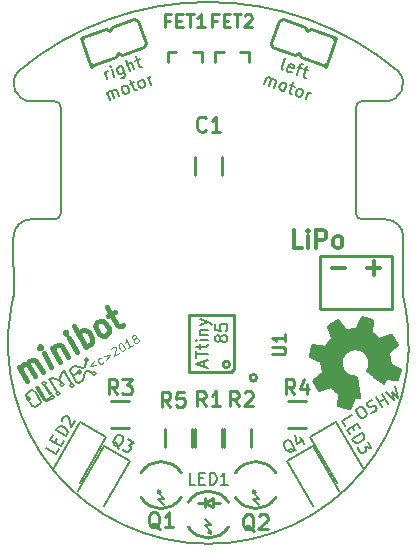
<source format=gbr>
G04 #@! TF.GenerationSoftware,KiCad,Pcbnew,5.0.0-rc2-dev-unknown-6866c0c~65~ubuntu18.04.1*
G04 #@! TF.CreationDate,2018-05-11T09:14:19+03:00*
G04 #@! TF.ProjectId,MiniBot_RevA,4D696E69426F745F526576412E6B6963,rev?*
G04 #@! TF.SameCoordinates,Original*
G04 #@! TF.FileFunction,Legend,Top*
G04 #@! TF.FilePolarity,Positive*
%FSLAX46Y46*%
G04 Gerber Fmt 4.6, Leading zero omitted, Abs format (unit mm)*
G04 Created by KiCad (PCBNEW 5.0.0-rc2-dev-unknown-6866c0c~65~ubuntu18.04.1) date Fri May 11 09:14:19 2018*
%MOMM*%
%LPD*%
G01*
G04 APERTURE LIST*
%ADD10C,0.200000*%
%ADD11C,0.100000*%
%ADD12C,0.450000*%
%ADD13C,0.300000*%
%ADD14C,0.254000*%
%ADD15C,0.127000*%
%ADD16C,0.150000*%
%ADD17C,0.010000*%
%ADD18C,0.062500*%
%ADD19C,0.012700*%
%ADD20C,0.420000*%
%ADD21C,0.370000*%
%ADD22C,0.400000*%
%ADD23C,0.380000*%
%ADD24C,1.000000*%
G04 APERTURE END LIST*
D10*
X112632814Y-62459081D02*
X112797772Y-62363843D01*
X112904060Y-62357463D01*
X113034157Y-62392323D01*
X113170635Y-62533470D01*
X113337301Y-62822145D01*
X113391300Y-63010912D01*
X113356441Y-63141010D01*
X113297772Y-63229868D01*
X113132814Y-63325106D01*
X113026526Y-63331486D01*
X112896429Y-63296626D01*
X112759951Y-63155479D01*
X112593284Y-62866804D01*
X112539286Y-62678037D01*
X112574145Y-62547939D01*
X112632814Y-62459081D01*
X113810073Y-62879105D02*
X113957600Y-62848916D01*
X114163797Y-62729868D01*
X114222466Y-62641010D01*
X114239896Y-62575961D01*
X114233516Y-62469673D01*
X114185897Y-62387194D01*
X114097039Y-62328525D01*
X114031990Y-62311095D01*
X113925702Y-62317475D01*
X113736935Y-62371474D01*
X113630647Y-62377854D01*
X113565598Y-62360424D01*
X113476740Y-62301755D01*
X113429121Y-62219276D01*
X113422741Y-62112988D01*
X113440171Y-62047939D01*
X113498840Y-61959081D01*
X113705036Y-61840033D01*
X113852564Y-61809844D01*
X114699908Y-62420344D02*
X114199908Y-61554319D01*
X114438003Y-61966712D02*
X114932875Y-61680998D01*
X115194780Y-62134630D02*
X114694780Y-61268605D01*
X115024694Y-61078128D02*
X115730891Y-61825106D01*
X115538705Y-61111279D01*
X116060805Y-61634630D01*
X115767001Y-60649557D01*
D11*
X90316154Y-58520096D02*
X89954274Y-58959967D01*
X90516154Y-58866506D01*
X91081303Y-58578707D02*
X91040235Y-58640908D01*
X90924765Y-58707574D01*
X90850363Y-58712040D01*
X90804829Y-58699839D01*
X90742628Y-58658771D01*
X90642628Y-58485566D01*
X90638162Y-58411164D01*
X90650363Y-58365630D01*
X90691431Y-58303429D01*
X90806902Y-58236762D01*
X90881303Y-58232297D01*
X91124444Y-58053429D02*
X91686324Y-57959967D01*
X91324444Y-58399839D01*
X91762799Y-57492425D02*
X91775000Y-57446891D01*
X91816068Y-57384690D01*
X91960405Y-57301356D01*
X92034807Y-57296891D01*
X92080341Y-57309091D01*
X92142542Y-57350160D01*
X92175875Y-57407895D01*
X92197008Y-57511164D01*
X92050598Y-58057574D01*
X92425875Y-57840908D01*
X92451153Y-57018023D02*
X92508888Y-56984690D01*
X92583290Y-56980224D01*
X92628824Y-56992425D01*
X92691025Y-57033493D01*
X92786559Y-57132297D01*
X92869892Y-57276634D01*
X92907692Y-57408771D01*
X92912157Y-57483173D01*
X92899957Y-57528707D01*
X92858888Y-57590908D01*
X92801153Y-57624241D01*
X92726751Y-57628707D01*
X92681217Y-57616506D01*
X92619016Y-57575437D01*
X92523482Y-57476634D01*
X92440149Y-57332297D01*
X92402350Y-57200160D01*
X92397884Y-57125758D01*
X92410085Y-57080224D01*
X92451153Y-57018023D01*
X93580576Y-57174241D02*
X93234166Y-57374241D01*
X93407371Y-57274241D02*
X93057371Y-56668023D01*
X93049636Y-56787959D01*
X93025234Y-56879027D01*
X92984166Y-56941228D01*
X93726986Y-56627831D02*
X93652584Y-56632297D01*
X93607050Y-56620096D01*
X93544849Y-56579027D01*
X93528183Y-56550160D01*
X93523717Y-56475758D01*
X93535918Y-56430224D01*
X93576986Y-56368023D01*
X93692456Y-56301356D01*
X93766858Y-56296891D01*
X93812392Y-56309091D01*
X93874593Y-56350160D01*
X93891260Y-56379027D01*
X93895725Y-56453429D01*
X93883525Y-56498963D01*
X93842456Y-56561164D01*
X93726986Y-56627831D01*
X93685918Y-56690032D01*
X93673717Y-56735566D01*
X93678183Y-56809967D01*
X93744849Y-56925437D01*
X93807050Y-56966506D01*
X93852584Y-56978707D01*
X93926986Y-56974241D01*
X94042456Y-56907574D01*
X94083525Y-56845373D01*
X94095725Y-56799839D01*
X94091260Y-56725437D01*
X94024593Y-56609967D01*
X93962392Y-56568899D01*
X93916858Y-56556698D01*
X93842456Y-56561164D01*
D12*
X84631035Y-60176403D02*
X83964369Y-59021703D01*
X84059607Y-59186660D02*
X84086219Y-59061324D01*
X84187061Y-58893131D01*
X84409753Y-58764560D01*
X84605834Y-58761324D01*
X84775303Y-58883424D01*
X85299112Y-59790689D01*
X84775303Y-58883424D02*
X84754295Y-58675610D01*
X84855138Y-58507417D01*
X85077830Y-58378846D01*
X85273910Y-58375610D01*
X85443379Y-58497710D01*
X85967189Y-59404975D01*
X86709496Y-58976403D02*
X86042830Y-57821703D01*
X85709496Y-57244353D02*
X85682885Y-57369688D01*
X85804734Y-57409310D01*
X85831346Y-57283974D01*
X85709496Y-57244353D01*
X85804734Y-57409310D01*
X86785137Y-57393131D02*
X87451804Y-58547832D01*
X86880375Y-57558089D02*
X86906987Y-57432753D01*
X87007829Y-57264560D01*
X87230522Y-57135989D01*
X87426602Y-57132753D01*
X87596071Y-57254853D01*
X88119881Y-58162118D01*
X88862188Y-57733546D02*
X88195521Y-56578846D01*
X87862188Y-56001495D02*
X87835576Y-56126831D01*
X87957426Y-56166453D01*
X87984038Y-56041117D01*
X87862188Y-56001495D01*
X87957426Y-56166453D01*
X89604496Y-57304975D02*
X88604496Y-55572924D01*
X88985448Y-56232753D02*
X89086290Y-56064560D01*
X89383213Y-55893131D01*
X89579294Y-55889896D01*
X89701144Y-55929517D01*
X89870613Y-56051617D01*
X90156327Y-56546489D01*
X90177334Y-56754303D01*
X90150723Y-56879639D01*
X90049880Y-57047832D01*
X89752957Y-57219261D01*
X89556877Y-57222496D01*
X91237572Y-56362118D02*
X91041491Y-56365353D01*
X90919642Y-56325732D01*
X90750173Y-56203632D01*
X90464459Y-55708760D01*
X90443451Y-55500946D01*
X90470063Y-55375610D01*
X90570905Y-55207417D01*
X90793598Y-55078846D01*
X90989678Y-55075610D01*
X91111528Y-55115232D01*
X91280997Y-55237332D01*
X91566711Y-55732203D01*
X91587718Y-55940018D01*
X91561107Y-56065353D01*
X91460264Y-56233546D01*
X91237572Y-56362118D01*
X91535905Y-54650274D02*
X92129751Y-54307417D01*
X91425264Y-53944353D02*
X92282407Y-55428968D01*
X92451876Y-55551068D01*
X92647956Y-55547832D01*
X92796418Y-55462118D01*
D13*
X107928571Y-48928571D02*
X107214285Y-48928571D01*
X107214285Y-47428571D01*
X108428571Y-48928571D02*
X108428571Y-47928571D01*
X108428571Y-47428571D02*
X108357142Y-47500000D01*
X108428571Y-47571428D01*
X108500000Y-47500000D01*
X108428571Y-47428571D01*
X108428571Y-47571428D01*
X109142857Y-48928571D02*
X109142857Y-47428571D01*
X109714285Y-47428571D01*
X109857142Y-47500000D01*
X109928571Y-47571428D01*
X110000000Y-47714285D01*
X110000000Y-47928571D01*
X109928571Y-48071428D01*
X109857142Y-48142857D01*
X109714285Y-48214285D01*
X109142857Y-48214285D01*
X110857142Y-48928571D02*
X110714285Y-48857142D01*
X110642857Y-48785714D01*
X110571428Y-48642857D01*
X110571428Y-48214285D01*
X110642857Y-48071428D01*
X110714285Y-48000000D01*
X110857142Y-47928571D01*
X111071428Y-47928571D01*
X111214285Y-48000000D01*
X111285714Y-48071428D01*
X111357142Y-48214285D01*
X111357142Y-48642857D01*
X111285714Y-48785714D01*
X111214285Y-48857142D01*
X111071428Y-48928571D01*
X110857142Y-48928571D01*
X110428571Y-50607142D02*
X111571428Y-50607142D01*
X113428571Y-50607142D02*
X114571428Y-50607142D01*
X114000000Y-51178571D02*
X114000000Y-50035714D01*
D10*
X106308169Y-33825056D02*
X106234961Y-33747735D01*
X106222787Y-33641954D01*
X106515947Y-32836503D01*
X107040412Y-34040896D02*
X106934630Y-34053070D01*
X106755641Y-33987923D01*
X106682433Y-33910602D01*
X106670260Y-33804821D01*
X106800553Y-33446843D01*
X106877874Y-33373635D01*
X106983655Y-33361461D01*
X107162644Y-33426608D01*
X107235852Y-33503928D01*
X107248026Y-33609710D01*
X107215452Y-33699204D01*
X106735406Y-33625832D01*
X107565369Y-33573188D02*
X107923347Y-33703481D01*
X107471598Y-34248510D02*
X107764758Y-33443059D01*
X107842078Y-33369851D01*
X107947860Y-33357677D01*
X108037354Y-33390250D01*
X108102336Y-33768628D02*
X108460315Y-33898921D01*
X108350585Y-33504257D02*
X108057425Y-34309708D01*
X108069599Y-34415489D01*
X108142807Y-34492810D01*
X108232301Y-34525383D01*
X104742295Y-35064226D02*
X104970308Y-34437765D01*
X104937735Y-34527259D02*
X104998769Y-34498798D01*
X105104550Y-34486625D01*
X105238792Y-34535485D01*
X105312000Y-34612805D01*
X105324174Y-34718586D01*
X105145020Y-35210806D01*
X105324174Y-34718586D02*
X105401494Y-34645379D01*
X105507275Y-34633205D01*
X105641517Y-34682065D01*
X105714725Y-34759385D01*
X105726899Y-34865166D01*
X105547746Y-35357386D01*
X106129460Y-35569113D02*
X106056252Y-35491793D01*
X106027792Y-35430759D01*
X106015618Y-35324977D01*
X106113338Y-35056494D01*
X106190658Y-34983286D01*
X106251692Y-34954825D01*
X106357473Y-34942651D01*
X106491715Y-34991511D01*
X106564923Y-35068832D01*
X106593384Y-35129866D01*
X106605558Y-35235647D01*
X106507838Y-35504131D01*
X106430517Y-35577339D01*
X106369483Y-35605799D01*
X106263702Y-35617973D01*
X106129460Y-35569113D01*
X106939188Y-35154378D02*
X107297166Y-35284672D01*
X107187436Y-34890007D02*
X106894276Y-35695458D01*
X106906450Y-35801239D01*
X106979658Y-35878560D01*
X107069153Y-35911133D01*
X107516625Y-36074000D02*
X107443417Y-35996679D01*
X107414957Y-35935645D01*
X107402783Y-35829864D01*
X107500503Y-35561381D01*
X107577824Y-35488173D01*
X107638858Y-35459712D01*
X107744639Y-35447538D01*
X107878881Y-35496398D01*
X107952088Y-35573719D01*
X107980549Y-35634753D01*
X107992723Y-35740534D01*
X107895003Y-36009018D01*
X107817682Y-36082226D01*
X107756648Y-36110686D01*
X107650867Y-36122860D01*
X107516625Y-36074000D01*
X108232582Y-36334587D02*
X108460595Y-35708125D01*
X108395448Y-35887114D02*
X108472769Y-35813906D01*
X108533803Y-35785446D01*
X108639584Y-35773272D01*
X108729079Y-35805845D01*
X91454467Y-34639390D02*
X91226454Y-34012928D01*
X91291600Y-34191917D02*
X91303774Y-34086136D01*
X91332235Y-34025102D01*
X91405443Y-33947781D01*
X91494937Y-33915208D01*
X92036181Y-34427663D02*
X91808168Y-33801201D01*
X91694161Y-33487970D02*
X91665701Y-33549004D01*
X91726735Y-33577465D01*
X91755195Y-33516431D01*
X91694161Y-33487970D01*
X91726735Y-33577465D01*
X92658366Y-33491754D02*
X92935240Y-34252458D01*
X92923066Y-34358239D01*
X92894605Y-34419273D01*
X92821397Y-34496594D01*
X92687155Y-34545454D01*
X92581374Y-34533280D01*
X92870093Y-34073469D02*
X92796885Y-34150790D01*
X92617896Y-34215936D01*
X92512115Y-34203762D01*
X92451081Y-34175302D01*
X92373760Y-34102094D01*
X92276040Y-33833610D01*
X92288214Y-33727829D01*
X92316675Y-33666795D01*
X92389882Y-33589474D01*
X92568872Y-33524328D01*
X92674653Y-33536502D01*
X93333852Y-33955349D02*
X92991832Y-33015657D01*
X93736578Y-33808769D02*
X93557424Y-33316549D01*
X93480104Y-33243342D01*
X93374322Y-33231168D01*
X93240081Y-33280028D01*
X93166873Y-33357348D01*
X93138412Y-33418382D01*
X93821795Y-33068301D02*
X94179773Y-32938008D01*
X93842030Y-32706210D02*
X94135190Y-33511661D01*
X94212511Y-33584869D01*
X94318292Y-33597043D01*
X94407787Y-33564469D01*
X91633176Y-36383447D02*
X91405162Y-35756985D01*
X91437735Y-35846480D02*
X91466196Y-35785446D01*
X91539404Y-35708125D01*
X91673646Y-35659265D01*
X91779427Y-35671439D01*
X91856748Y-35744647D01*
X92035901Y-36236867D01*
X91856748Y-35744647D02*
X91868921Y-35638866D01*
X91942129Y-35561545D01*
X92076371Y-35512685D01*
X92182152Y-35524859D01*
X92259473Y-35598067D01*
X92438626Y-36090287D01*
X93020341Y-35878560D02*
X92914560Y-35866386D01*
X92853526Y-35837925D01*
X92776205Y-35764718D01*
X92678485Y-35496234D01*
X92690659Y-35390453D01*
X92719120Y-35329419D01*
X92792327Y-35252098D01*
X92926569Y-35203238D01*
X93032350Y-35215412D01*
X93093384Y-35243873D01*
X93170705Y-35317081D01*
X93268425Y-35585564D01*
X93256251Y-35691345D01*
X93227791Y-35752379D01*
X93154583Y-35829700D01*
X93020341Y-35878560D01*
X93374042Y-35040371D02*
X93732020Y-34910078D01*
X93394277Y-34678281D02*
X93687437Y-35483731D01*
X93764758Y-35556939D01*
X93870539Y-35569113D01*
X93960033Y-35536540D01*
X94407506Y-35373673D02*
X94301725Y-35361499D01*
X94240691Y-35333039D01*
X94163370Y-35259831D01*
X94065650Y-34991347D01*
X94077824Y-34885566D01*
X94106285Y-34824532D01*
X94179493Y-34747211D01*
X94313735Y-34698351D01*
X94419516Y-34710525D01*
X94480550Y-34738986D01*
X94557870Y-34812194D01*
X94655590Y-35080677D01*
X94643416Y-35186458D01*
X94614956Y-35247492D01*
X94541748Y-35324813D01*
X94407506Y-35373673D01*
X95123462Y-35113086D02*
X94895449Y-34486625D01*
X94960596Y-34665614D02*
X94972770Y-34559832D01*
X95001230Y-34498798D01*
X95074438Y-34421478D01*
X95163933Y-34388904D01*
X83890090Y-33990991D02*
G75*
G03X85000000Y-36500000I1109910J-1009009D01*
G01*
X87000000Y-36500000D02*
X85000000Y-36500000D01*
X87000000Y-36500000D02*
G75*
G02X87500000Y-37000000I0J-500000D01*
G01*
X87500000Y-46000000D02*
G75*
G02X87000000Y-46500000I-500000J0D01*
G01*
X87500000Y-37000000D02*
X87500000Y-46000000D01*
X83500000Y-48000000D02*
G75*
G02X85000000Y-46500000I1500000J0D01*
G01*
X85000000Y-46500000D02*
X87000000Y-46500000D01*
X83500000Y-48000000D02*
X83507351Y-53003128D01*
X83300001Y-54000001D02*
G75*
G03X83507351Y-53003128I-2292650J996873D01*
G01*
X116699999Y-54000001D02*
G75*
G02X83300001Y-54000001I-16699999J-2999999D01*
G01*
X83888575Y-33986445D02*
G75*
G02X116080000Y-33960000I16111425J-19113555D01*
G01*
X113000000Y-46500000D02*
G75*
G02X112500000Y-46000000I0J500000D01*
G01*
X112500000Y-37000000D02*
G75*
G02X113000000Y-36500000I500000J0D01*
G01*
X116085033Y-33964287D02*
G75*
G02X115000000Y-36500000I-1085033J-1035713D01*
G01*
X115000000Y-46500000D02*
G75*
G02X116500000Y-48000000I0J-1500000D01*
G01*
X116700158Y-54005537D02*
G75*
G02X116489021Y-53000000I2288863J1005537D01*
G01*
X116500000Y-48000000D02*
X116490000Y-53000000D01*
X113000000Y-46500000D02*
X115000000Y-46500000D01*
X112500000Y-37000000D02*
X112500000Y-46000000D01*
X115000000Y-36500000D02*
X113000000Y-36500000D01*
D14*
X101700000Y-72550000D02*
G75*
G02X98300000Y-72550000I-1700000J1050000D01*
G01*
X98300000Y-70450000D02*
G75*
G02X101700000Y-70450000I1700000J-1050000D01*
G01*
D15*
X100254000Y-72981000D02*
X100254000Y-73108000D01*
X100254000Y-73108000D02*
X100127000Y-72981000D01*
X99746000Y-71838000D02*
X100254000Y-72346000D01*
X100254000Y-72346000D02*
X99746000Y-72346000D01*
X99746000Y-72346000D02*
X100254000Y-72981000D01*
X100254000Y-72981000D02*
X100254000Y-72854000D01*
X100254000Y-72854000D02*
X100000000Y-72981000D01*
X100000000Y-72981000D02*
X100254000Y-73108000D01*
D14*
X100381000Y-70484000D02*
X101016000Y-70484000D01*
X99111000Y-70484000D02*
X99746000Y-70484000D01*
X99746000Y-70865000D02*
X99746000Y-70103000D01*
X100381000Y-70103000D02*
X100381000Y-70865000D01*
X100381000Y-70865000D02*
X99746000Y-70484000D01*
X99746000Y-70484000D02*
X100381000Y-70103000D01*
X105700000Y-70050000D02*
G75*
G02X102300000Y-70050000I-1700000J1050000D01*
G01*
X102300000Y-67950000D02*
G75*
G02X105700000Y-67950000I1700000J-1050000D01*
G01*
D15*
X103746000Y-69551000D02*
X103746000Y-69424000D01*
X103746000Y-69424000D02*
X103873000Y-69551000D01*
X104254000Y-70694000D02*
X103746000Y-70186000D01*
X103746000Y-70186000D02*
X104254000Y-70186000D01*
X104254000Y-70186000D02*
X103746000Y-69551000D01*
X103746000Y-69551000D02*
X103746000Y-69678000D01*
X103746000Y-69678000D02*
X104000000Y-69551000D01*
X104000000Y-69551000D02*
X103746000Y-69424000D01*
D14*
X94300000Y-67950000D02*
G75*
G02X97700000Y-67950000I1700000J-1050000D01*
G01*
X97700000Y-70050000D02*
G75*
G02X94300000Y-70050000I-1700000J1050000D01*
G01*
D15*
X95746000Y-69551000D02*
X95746000Y-69424000D01*
X95746000Y-69424000D02*
X95873000Y-69551000D01*
X96254000Y-70694000D02*
X95746000Y-70186000D01*
X95746000Y-70186000D02*
X96254000Y-70186000D01*
X96254000Y-70186000D02*
X95746000Y-69551000D01*
X95746000Y-69551000D02*
X95746000Y-69678000D01*
X95746000Y-69678000D02*
X96000000Y-69551000D01*
X96000000Y-69551000D02*
X95746000Y-69424000D01*
D14*
X101803981Y-58778000D02*
G75*
G03X101803981Y-58778000I-283981J0D01*
G01*
X104085981Y-59921000D02*
G75*
G03X104085981Y-59921000I-283981J0D01*
G01*
X98345000Y-54587000D02*
X102155000Y-54587000D01*
X98345000Y-59413000D02*
X101901000Y-59413000D01*
X102149920Y-54602240D02*
X102149920Y-59133600D01*
X102149920Y-59133600D02*
X101883220Y-59397760D01*
X98350080Y-59397760D02*
X98350080Y-54602240D01*
D16*
X89170148Y-63665295D02*
X86947648Y-67514778D01*
X91369852Y-64935295D02*
X89170148Y-63665295D01*
X89147352Y-68784778D02*
X91369852Y-64935295D01*
X106630148Y-66935295D02*
X108852648Y-70784778D01*
X108829852Y-65665295D02*
X106630148Y-66935295D01*
X111052352Y-69514778D02*
X108829852Y-65665295D01*
X91147352Y-70784778D02*
X93369852Y-66935295D01*
X93369852Y-66935295D02*
X91170148Y-65665295D01*
X91170148Y-65665295D02*
X88947648Y-69514778D01*
X108630148Y-64935295D02*
X110852648Y-68784778D01*
X110829852Y-63665295D02*
X108630148Y-64935295D01*
X113052352Y-67514778D02*
X110829852Y-63665295D01*
D14*
X115530220Y-49609600D02*
X109482480Y-49609600D01*
X109482480Y-49609600D02*
X109482480Y-54125720D01*
X109482480Y-54125720D02*
X115517520Y-54125720D01*
X115517520Y-54125720D02*
X115517520Y-49632460D01*
X101143000Y-41238000D02*
X101143000Y-42762000D01*
X98857000Y-41238000D02*
X98857000Y-42762000D01*
X109952454Y-33562141D02*
X110821185Y-31175322D01*
X106286228Y-29524732D02*
X105960673Y-29676541D01*
X108673048Y-30393463D02*
X110343821Y-31001575D01*
X108347492Y-30545272D02*
X108673048Y-30393463D01*
X108195684Y-30219717D02*
X108347492Y-30545272D01*
X106286228Y-29524732D02*
X108195684Y-30219717D01*
X110343821Y-31001575D02*
X110821185Y-31175322D01*
X110582503Y-31088448D02*
X110734312Y-31414003D01*
X110039327Y-33323459D02*
X109713772Y-33475268D01*
X105265688Y-31585997D02*
X105960673Y-29676541D01*
X105417497Y-31911552D02*
X105265688Y-31585997D01*
X107326952Y-32606537D02*
X105417497Y-31911552D01*
X107652508Y-32454728D02*
X107326952Y-32606537D01*
X107804316Y-32780283D02*
X107652508Y-32454728D01*
X109713772Y-33475268D02*
X107804316Y-32780283D01*
X109952454Y-33562141D02*
X109713772Y-33475268D01*
X89178814Y-31175322D02*
X89417497Y-31088448D01*
X89417497Y-31088448D02*
X91326952Y-30393463D01*
X91326952Y-30393463D02*
X91652508Y-30545272D01*
X91652508Y-30545272D02*
X91804315Y-30219718D01*
X91804315Y-30219718D02*
X93713772Y-29524732D01*
X93713772Y-29524732D02*
X94039328Y-29676541D01*
X94039328Y-29676541D02*
X94734312Y-31585997D01*
X89265688Y-31414003D02*
X89417497Y-31088448D01*
X90286228Y-33475268D02*
X89960672Y-33323459D01*
X90524910Y-33388395D02*
X90047546Y-33562141D01*
X94582503Y-31911552D02*
X92673048Y-32606537D01*
X92673048Y-32606537D02*
X92347492Y-32454728D01*
X92347492Y-32454728D02*
X92195685Y-32780282D01*
X92195685Y-32780282D02*
X90524910Y-33388395D01*
X94582503Y-31911552D02*
X94734312Y-31585997D01*
X89178814Y-31175322D02*
X90047546Y-33562141D01*
X97288800Y-32365000D02*
X96577600Y-32365000D01*
X96577600Y-33203200D02*
X96577600Y-32365000D01*
X99422400Y-33203200D02*
X99422400Y-32365000D01*
X99422400Y-32365000D02*
X98711200Y-32365000D01*
X103422400Y-32365000D02*
X102711200Y-32365000D01*
X103422400Y-33203200D02*
X103422400Y-32365000D01*
X100577600Y-33203200D02*
X100577600Y-32365000D01*
X101288800Y-32365000D02*
X100577600Y-32365000D01*
X101357000Y-64238000D02*
X101357000Y-65762000D01*
X103643000Y-64238000D02*
X103643000Y-65762000D01*
X98857000Y-65762000D02*
X98857000Y-64238000D01*
X101143000Y-65762000D02*
X101143000Y-64238000D01*
X91738000Y-61857000D02*
X93262000Y-61857000D01*
X91738000Y-64143000D02*
X93262000Y-64143000D01*
X108262000Y-61857000D02*
X106738000Y-61857000D01*
X108262000Y-64143000D02*
X106738000Y-64143000D01*
X98643000Y-64238000D02*
X98643000Y-65762000D01*
X96357000Y-64238000D02*
X96357000Y-65762000D01*
D16*
X84944882Y-61741218D02*
G75*
G03X84944882Y-61741218I-172739J0D01*
G01*
D10*
X85062619Y-60974337D02*
X85269901Y-61028561D01*
X85288951Y-61061556D02*
X85790601Y-61930439D01*
X85752167Y-62143270D02*
X85803301Y-61952436D01*
X84886443Y-61939191D02*
X85108693Y-62324139D01*
X85501660Y-60718778D02*
X86092210Y-61741641D01*
X86092210Y-61741641D02*
X86328739Y-61795722D01*
X86328739Y-61795722D02*
X86570707Y-61656022D01*
D16*
X86947769Y-61552720D02*
G75*
G03X86947769Y-61552720I-172739J0D01*
G01*
D10*
X86203530Y-60562853D02*
X86559130Y-61178770D01*
D16*
X86261969Y-60364880D02*
G75*
G03X86261969Y-60364880I-172739J0D01*
G01*
X87442703Y-61266970D02*
G75*
G03X87442703Y-61266970I-172739J0D01*
G01*
D10*
X87162014Y-61079995D02*
X86577814Y-60068131D01*
X86577814Y-60068131D02*
X86775787Y-59953831D01*
X86775787Y-59953831D02*
X87382985Y-60116530D01*
X87382985Y-60116530D02*
X87484585Y-60292506D01*
X87395685Y-60138527D02*
X87578679Y-59490281D01*
D16*
X87771623Y-60490479D02*
G75*
G03X87771623Y-60490479I-172738J0D01*
G01*
D10*
X87578679Y-59490281D02*
X87765654Y-59382331D01*
X87765654Y-59382331D02*
X88330804Y-60361200D01*
D16*
X88630543Y-60581170D02*
G75*
G03X88630543Y-60581170I-172739J0D01*
G01*
X90484645Y-59525369D02*
G75*
G03X90484645Y-59525369I-172739J0D01*
G01*
D10*
X90130369Y-59439538D02*
X89731353Y-59332622D01*
X89731353Y-59332622D02*
X89566375Y-59427872D01*
X89566375Y-59427872D02*
X89380434Y-60121813D01*
X89380434Y-60121813D02*
X89039480Y-60318663D01*
X89039480Y-60318663D02*
X88807599Y-60247234D01*
X88807599Y-60247234D02*
X88521849Y-59752300D01*
X88274199Y-59323358D02*
X88339279Y-59080478D01*
X88528199Y-59763299D02*
X88274199Y-59323358D01*
X88339279Y-59080478D02*
X88680233Y-58883628D01*
X88680233Y-58883628D02*
X89356825Y-59064921D01*
X89356825Y-59064921D02*
X89532802Y-58963321D01*
X89532802Y-58963321D02*
X89625772Y-58616350D01*
D16*
X89841593Y-58386171D02*
G75*
G03X89841593Y-58386171I-172739J0D01*
G01*
D10*
X88895799Y-59536400D02*
X88521849Y-59752300D01*
D16*
X89244514Y-59434800D02*
G75*
G03X89244514Y-59434800I-172739J0D01*
G01*
D10*
X84643775Y-61214078D02*
X85061719Y-60972778D01*
X84587993Y-61422261D02*
X84643775Y-61214078D01*
X84670543Y-61565241D02*
X84587993Y-61422261D01*
X85323225Y-62390920D02*
X85121393Y-62346136D01*
X85752167Y-62143270D02*
X85323225Y-62390920D01*
D17*
X85362872Y-60681590D02*
X86010572Y-61803439D01*
X85450860Y-60630790D02*
X85362872Y-60681590D01*
X86023272Y-61825436D02*
X86346544Y-61902760D01*
X86016922Y-61814438D02*
X86023272Y-61825436D01*
X86010572Y-61803439D02*
X86016922Y-61814438D01*
X86040620Y-61830085D02*
X86016922Y-61814438D01*
X86346544Y-61902760D02*
X86621507Y-61744010D01*
X86357542Y-61896410D02*
X86340194Y-61891761D01*
X85538848Y-60579990D02*
X86167498Y-61668844D01*
X85450860Y-60630790D02*
X85538848Y-60579990D01*
D18*
X85402308Y-60694017D02*
X85444103Y-60669887D01*
X85487167Y-60647956D02*
X85528962Y-60623826D01*
D19*
X85370741Y-60679980D02*
X85407571Y-60743771D01*
X85531319Y-60587270D02*
X85570689Y-60655461D01*
X86690049Y-61217569D02*
X86525071Y-61312819D01*
X86641789Y-61133980D02*
X86690049Y-61217569D01*
X86525071Y-61312819D02*
X86113591Y-60600115D01*
X86523121Y-61299280D02*
X86681499Y-61207840D01*
X86514571Y-61289552D02*
X86672950Y-61198112D01*
X86508221Y-61278553D02*
X86666600Y-61187113D01*
X86501871Y-61267555D02*
X86662449Y-61174845D01*
X86449434Y-60033732D02*
X86733196Y-59869902D01*
X86497694Y-60117321D02*
X86449434Y-60033732D01*
X86501978Y-60018061D02*
X86462384Y-60040921D01*
X86460773Y-60033052D02*
X86481093Y-60068247D01*
X86473133Y-60049379D02*
X86486331Y-60041759D01*
X87800053Y-59253952D02*
X87848313Y-59337541D01*
X87725263Y-59297132D02*
X87800053Y-59253952D01*
X87765538Y-59285611D02*
X87798534Y-59266561D01*
X87798874Y-59272230D02*
X87814114Y-59298627D01*
X87781617Y-59288060D02*
X87799215Y-59277900D01*
X87793545Y-59278240D02*
X87801165Y-59291438D01*
D20*
X112668173Y-61494924D02*
X112434309Y-59987499D01*
D21*
X112276303Y-61507065D02*
X112654136Y-61526491D01*
D22*
X111866515Y-62377171D02*
X112276394Y-61527543D01*
D23*
X111097942Y-62199124D02*
X111855516Y-62383521D01*
D21*
X111111140Y-62191504D02*
X111156518Y-61203301D01*
X110382810Y-60579479D02*
X111134928Y-61165906D01*
X109415273Y-60859457D02*
X110347183Y-60573651D01*
D23*
X109035452Y-60181267D02*
X109424753Y-60865716D01*
D21*
X109018104Y-60176619D02*
X109810015Y-59511170D01*
X109818632Y-59465134D02*
X109686921Y-58541045D01*
X108736738Y-58048440D02*
X109643924Y-58507211D01*
D23*
X108716510Y-58033722D02*
X108883151Y-57321594D01*
D21*
X108912246Y-57275467D02*
X109955739Y-57426771D01*
X110003452Y-57387492D02*
X110532754Y-56612630D01*
X110240234Y-55587810D02*
X110568788Y-56568362D01*
X110227285Y-55580621D02*
X110906993Y-55188191D01*
X110901755Y-55214679D02*
X111595801Y-55990081D01*
X111595801Y-55990081D02*
X112601486Y-55928578D01*
X112609944Y-55917829D02*
X113075819Y-54916268D01*
X113076809Y-54917983D02*
X113829395Y-55114059D01*
X113830665Y-55116259D02*
X113691106Y-56108977D01*
X113691106Y-56108977D02*
X114454497Y-56750488D01*
X114454497Y-56750488D02*
X115505871Y-56407441D01*
X115505871Y-56407441D02*
X115923701Y-57131144D01*
X115923701Y-57131144D02*
X115131109Y-57785254D01*
X115131109Y-57785254D02*
X115235086Y-58778148D01*
X116002980Y-60006580D02*
X114996067Y-59933876D01*
X114996067Y-59933876D02*
X114796217Y-60263364D01*
X114796217Y-60263364D02*
X113578993Y-59303152D01*
X113586522Y-59295872D02*
G75*
G03X112975499Y-57495869I-1205513J594490D01*
G01*
X112991917Y-57503987D02*
G75*
G03X111225482Y-58295070I-487676J-1278759D01*
G01*
X111216186Y-58329767D02*
G75*
G03X112209276Y-59897451I1280387J-287297D01*
G01*
X115235086Y-58778148D02*
X116215044Y-59235965D01*
X116012368Y-59992361D02*
X116218854Y-59242564D01*
D16*
X112828733Y-61610463D02*
X112557468Y-59840137D01*
X112394978Y-61626256D02*
X112804628Y-61644911D01*
X112378899Y-61623808D02*
X111945935Y-62524892D01*
X111943146Y-62535301D02*
X110971720Y-62295462D01*
X110963851Y-62297072D02*
X111048982Y-61250722D01*
X109350170Y-61026094D02*
X110376235Y-60659531D01*
X108853600Y-60166009D02*
X109346360Y-61019495D01*
X108850130Y-60165080D02*
X109762594Y-59403633D01*
X109677146Y-59458833D02*
X109550947Y-58569690D01*
X108608566Y-58131239D02*
X109550017Y-58573159D01*
X108573188Y-58110603D02*
X108799240Y-57155936D01*
X108808969Y-57147386D02*
X110007396Y-57282563D01*
X109942310Y-57240951D02*
X110536175Y-56461075D01*
X110100765Y-55539283D02*
X110440068Y-56528294D01*
X110105754Y-55527604D02*
X110941641Y-55045004D01*
X110941641Y-55045004D02*
X111722885Y-55946038D01*
X111673446Y-55880727D02*
X112539663Y-55770698D01*
X112460407Y-55872182D02*
X112999339Y-54783801D01*
X113002468Y-54779061D02*
X113948428Y-55030670D01*
X113956637Y-55034730D02*
X113842619Y-56244404D01*
X113864999Y-56105367D02*
X114616096Y-56674786D01*
X115878637Y-56987051D02*
X115031326Y-57734345D01*
X115580387Y-56302827D02*
X116056978Y-57133386D01*
X115189280Y-57901249D02*
X116056139Y-57157334D01*
X115262958Y-57820583D02*
X115423222Y-58860169D01*
X116052241Y-59253703D02*
X115897528Y-59956011D01*
X116096438Y-60122733D02*
X116342718Y-59182783D01*
X115021401Y-60033634D02*
X116090179Y-60132212D01*
X115921700Y-59865799D02*
X114947036Y-59818470D01*
X115163610Y-59919267D02*
X114869901Y-60467189D01*
X114869901Y-60467189D02*
X114045326Y-59811143D01*
X113691677Y-59208764D02*
X114840095Y-60141244D01*
X109200546Y-60182738D02*
X109525666Y-60745862D01*
X109105302Y-60302251D02*
X109947783Y-59531350D01*
X109795794Y-58440059D02*
X109960549Y-59497582D01*
X109802734Y-58441918D02*
X108826744Y-57955414D01*
X108914652Y-57391395D02*
X110040829Y-57574151D01*
X113758282Y-59237768D02*
X113851301Y-59043282D01*
X113851301Y-59043282D02*
X113821257Y-58239405D01*
X113821257Y-58239405D02*
X113562177Y-57790665D01*
X113572927Y-57799123D02*
X113034004Y-57333042D01*
X113034004Y-57333042D02*
X112377233Y-57216562D01*
X112377233Y-57216562D02*
X111591118Y-57485650D01*
X111587308Y-57479051D02*
X111047439Y-58286411D01*
X111047439Y-58286411D02*
X111050248Y-59129476D01*
X111048389Y-59136416D02*
X111574253Y-59783080D01*
X111593893Y-59806936D02*
X111760372Y-59907326D01*
X111593893Y-59806936D02*
X111760372Y-59907326D01*
X111897957Y-59886551D02*
X112291237Y-60049571D01*
X112274064Y-59801387D02*
X112557468Y-59840137D01*
X113575359Y-59053017D02*
X113437939Y-59322998D01*
X113683905Y-59515344D02*
X113436079Y-59329937D01*
X110043959Y-57569412D02*
X110648864Y-56651179D01*
X111786610Y-59927373D02*
X112186125Y-60004672D01*
D24*
X111621739Y-61673807D02*
X111850299Y-60362805D01*
X109621899Y-60282623D02*
X110818854Y-59521170D01*
X109332384Y-57810129D02*
X110805581Y-58238340D01*
X110802441Y-55835142D02*
X111563761Y-57143626D01*
X113292898Y-55617379D02*
X112862827Y-57097515D01*
X115242983Y-57013825D02*
X114014733Y-57822675D01*
X112120500Y-61186407D02*
X112056257Y-60343615D01*
X111094597Y-60740451D02*
X111342902Y-60042767D01*
X110556446Y-60306186D02*
X111104464Y-59843141D01*
X110215708Y-59065771D02*
X110678467Y-58983372D01*
X110127458Y-58562397D02*
X110668185Y-58584563D01*
X110603322Y-57390177D02*
X110934172Y-57612706D01*
X110849931Y-56948637D02*
X111299912Y-57392747D01*
X111953004Y-56329376D02*
X112104530Y-57033786D01*
X112586866Y-56253776D02*
X112517285Y-56971458D01*
X113773505Y-56571735D02*
X113388861Y-57216153D01*
X114329187Y-57051605D02*
X113778131Y-57539868D01*
X114184604Y-58472500D02*
X114765873Y-58260088D01*
X114116991Y-58995471D02*
X114815350Y-58970623D01*
X114086585Y-59171405D02*
X115616177Y-59458537D01*
X114040865Y-59092216D02*
X114694786Y-59559361D01*
D10*
X98880952Y-68952380D02*
X98404761Y-68952380D01*
X98404761Y-67952380D01*
X99214285Y-68428571D02*
X99547619Y-68428571D01*
X99690476Y-68952380D02*
X99214285Y-68952380D01*
X99214285Y-67952380D01*
X99690476Y-67952380D01*
X100119047Y-68952380D02*
X100119047Y-67952380D01*
X100357142Y-67952380D01*
X100500000Y-68000000D01*
X100595238Y-68095238D01*
X100642857Y-68190476D01*
X100690476Y-68380952D01*
X100690476Y-68523809D01*
X100642857Y-68714285D01*
X100595238Y-68809523D01*
X100500000Y-68904761D01*
X100357142Y-68952380D01*
X100119047Y-68952380D01*
X101642857Y-68952380D02*
X101071428Y-68952380D01*
X101357142Y-68952380D02*
X101357142Y-67952380D01*
X101261904Y-68095238D01*
X101166666Y-68190476D01*
X101071428Y-68238095D01*
D14*
X103879047Y-72870476D02*
X103758095Y-72810000D01*
X103637142Y-72689047D01*
X103455714Y-72507619D01*
X103334761Y-72447142D01*
X103213809Y-72447142D01*
X103274285Y-72749523D02*
X103153333Y-72689047D01*
X103032380Y-72568095D01*
X102971904Y-72326190D01*
X102971904Y-71902857D01*
X103032380Y-71660952D01*
X103153333Y-71540000D01*
X103274285Y-71479523D01*
X103516190Y-71479523D01*
X103637142Y-71540000D01*
X103758095Y-71660952D01*
X103818571Y-71902857D01*
X103818571Y-72326190D01*
X103758095Y-72568095D01*
X103637142Y-72689047D01*
X103516190Y-72749523D01*
X103274285Y-72749523D01*
X104302380Y-71600476D02*
X104362857Y-71540000D01*
X104483809Y-71479523D01*
X104786190Y-71479523D01*
X104907142Y-71540000D01*
X104967619Y-71600476D01*
X105028095Y-71721428D01*
X105028095Y-71842380D01*
X104967619Y-72023809D01*
X104241904Y-72749523D01*
X105028095Y-72749523D01*
X95879047Y-72695476D02*
X95758095Y-72635000D01*
X95637142Y-72514047D01*
X95455714Y-72332619D01*
X95334761Y-72272142D01*
X95213809Y-72272142D01*
X95274285Y-72574523D02*
X95153333Y-72514047D01*
X95032380Y-72393095D01*
X94971904Y-72151190D01*
X94971904Y-71727857D01*
X95032380Y-71485952D01*
X95153333Y-71365000D01*
X95274285Y-71304523D01*
X95516190Y-71304523D01*
X95637142Y-71365000D01*
X95758095Y-71485952D01*
X95818571Y-71727857D01*
X95818571Y-72151190D01*
X95758095Y-72393095D01*
X95637142Y-72514047D01*
X95516190Y-72574523D01*
X95274285Y-72574523D01*
X97028095Y-72574523D02*
X96302380Y-72574523D01*
X96665238Y-72574523D02*
X96665238Y-71304523D01*
X96544285Y-71485952D01*
X96423333Y-71606904D01*
X96302380Y-71667380D01*
X105426219Y-57936095D02*
X106316695Y-57936095D01*
X106421457Y-57883714D01*
X106473838Y-57831333D01*
X106526219Y-57726571D01*
X106526219Y-57517047D01*
X106473838Y-57412285D01*
X106421457Y-57359904D01*
X106316695Y-57307523D01*
X105426219Y-57307523D01*
X106526219Y-56207523D02*
X106526219Y-56836095D01*
X106526219Y-56521809D02*
X105426219Y-56521809D01*
X105583361Y-56626571D01*
X105688123Y-56731333D01*
X105740504Y-56836095D01*
D16*
X99654666Y-58976190D02*
X99654666Y-58500000D01*
X99940380Y-59071428D02*
X98940380Y-58738095D01*
X99940380Y-58404761D01*
X98940380Y-58214285D02*
X98940380Y-57642857D01*
X99940380Y-57928571D02*
X98940380Y-57928571D01*
X99273714Y-57452380D02*
X99273714Y-57071428D01*
X98940380Y-57309523D02*
X99797523Y-57309523D01*
X99892761Y-57261904D01*
X99940380Y-57166666D01*
X99940380Y-57071428D01*
X99940380Y-56738095D02*
X99273714Y-56738095D01*
X98940380Y-56738095D02*
X98988000Y-56785714D01*
X99035619Y-56738095D01*
X98988000Y-56690476D01*
X98940380Y-56738095D01*
X99035619Y-56738095D01*
X99273714Y-56261904D02*
X99940380Y-56261904D01*
X99368952Y-56261904D02*
X99321333Y-56214285D01*
X99273714Y-56119047D01*
X99273714Y-55976190D01*
X99321333Y-55880952D01*
X99416571Y-55833333D01*
X99940380Y-55833333D01*
X99273714Y-55452380D02*
X99940380Y-55214285D01*
X99273714Y-54976190D02*
X99940380Y-55214285D01*
X100178476Y-55309523D01*
X100226095Y-55357142D01*
X100273714Y-55452380D01*
X101019952Y-56682428D02*
X100972333Y-56777666D01*
X100924714Y-56825285D01*
X100829476Y-56872904D01*
X100781857Y-56872904D01*
X100686619Y-56825285D01*
X100639000Y-56777666D01*
X100591380Y-56682428D01*
X100591380Y-56491952D01*
X100639000Y-56396714D01*
X100686619Y-56349095D01*
X100781857Y-56301476D01*
X100829476Y-56301476D01*
X100924714Y-56349095D01*
X100972333Y-56396714D01*
X101019952Y-56491952D01*
X101019952Y-56682428D01*
X101067571Y-56777666D01*
X101115190Y-56825285D01*
X101210428Y-56872904D01*
X101400904Y-56872904D01*
X101496142Y-56825285D01*
X101543761Y-56777666D01*
X101591380Y-56682428D01*
X101591380Y-56491952D01*
X101543761Y-56396714D01*
X101496142Y-56349095D01*
X101400904Y-56301476D01*
X101210428Y-56301476D01*
X101115190Y-56349095D01*
X101067571Y-56396714D01*
X101019952Y-56491952D01*
X100591380Y-55396714D02*
X100591380Y-55872904D01*
X101067571Y-55920523D01*
X101019952Y-55872904D01*
X100972333Y-55777666D01*
X100972333Y-55539571D01*
X101019952Y-55444333D01*
X101067571Y-55396714D01*
X101162809Y-55349095D01*
X101400904Y-55349095D01*
X101496142Y-55396714D01*
X101543761Y-55444333D01*
X101591380Y-55539571D01*
X101591380Y-55777666D01*
X101543761Y-55872904D01*
X101496142Y-55920523D01*
X87332249Y-65945314D02*
X87094154Y-66357707D01*
X86228128Y-65857707D01*
X87045283Y-65394734D02*
X87211950Y-65106059D01*
X87737011Y-65244245D02*
X87498916Y-65656639D01*
X86632890Y-65156639D01*
X86870986Y-64744245D01*
X87951297Y-64873092D02*
X87085271Y-64373092D01*
X87204319Y-64166895D01*
X87316987Y-64066987D01*
X87447084Y-64032127D01*
X87553373Y-64038507D01*
X87742139Y-64092506D01*
X87865857Y-64163934D01*
X88007005Y-64300412D01*
X88065674Y-64389270D01*
X88100534Y-64519368D01*
X88070344Y-64666895D01*
X87951297Y-64873092D01*
X87643940Y-63595925D02*
X87626511Y-63530876D01*
X87632890Y-63424588D01*
X87751938Y-63218391D01*
X87840796Y-63159722D01*
X87905845Y-63142292D01*
X88012133Y-63148672D01*
X88094612Y-63196291D01*
X88194520Y-63308959D01*
X88403678Y-64089545D01*
X88713201Y-63553434D01*
X107441331Y-66021871D02*
X107335043Y-66028250D01*
X107204946Y-65993391D01*
X107009799Y-65941101D01*
X106903511Y-65947481D01*
X106821032Y-65995100D01*
X106981319Y-66177487D02*
X106875031Y-66183867D01*
X106744934Y-66149007D01*
X106608456Y-66007860D01*
X106441789Y-65719185D01*
X106387791Y-65530418D01*
X106422650Y-65400320D01*
X106481319Y-65311462D01*
X106646277Y-65216224D01*
X106752565Y-65209844D01*
X106882662Y-65244704D01*
X107019140Y-65385851D01*
X107185806Y-65674526D01*
X107239805Y-65863293D01*
X107204946Y-65993391D01*
X107146277Y-66082249D01*
X106981319Y-66177487D01*
X107761447Y-64957280D02*
X108094781Y-65534630D01*
X107364775Y-64746413D02*
X107515721Y-65484050D01*
X108051832Y-65174526D01*
X92393710Y-65926632D02*
X92335041Y-65837774D01*
X92300182Y-65707676D01*
X92247892Y-65512530D01*
X92189223Y-65423672D01*
X92106745Y-65376053D01*
X92028936Y-65606059D02*
X91970267Y-65517200D01*
X91935408Y-65387103D01*
X91989407Y-65198336D01*
X92156073Y-64909661D01*
X92292551Y-64768513D01*
X92422648Y-64733653D01*
X92528936Y-64740033D01*
X92693894Y-64835271D01*
X92752563Y-64924130D01*
X92787422Y-65054227D01*
X92733423Y-65242994D01*
X92566757Y-65531669D01*
X92430279Y-65672817D01*
X92300182Y-65707676D01*
X92193894Y-65701297D01*
X92028936Y-65606059D01*
X93188765Y-65120986D02*
X93724876Y-65430509D01*
X93245725Y-65593757D01*
X93369443Y-65665186D01*
X93428112Y-65754044D01*
X93445542Y-65819093D01*
X93439162Y-65925381D01*
X93320114Y-66131578D01*
X93231256Y-66190247D01*
X93166207Y-66207676D01*
X93059919Y-66201297D01*
X92812483Y-66058440D01*
X92753814Y-65969581D01*
X92736384Y-65904532D01*
X111548702Y-64007066D02*
X111310607Y-63594673D01*
X112176632Y-63094673D01*
X112169001Y-64033837D02*
X112335668Y-64322512D01*
X111953464Y-64708134D02*
X111715369Y-64295741D01*
X112581394Y-63795741D01*
X112819490Y-64208134D01*
X112167750Y-65079288D02*
X113033775Y-64579288D01*
X113152823Y-64785485D01*
X113183012Y-64933012D01*
X113148153Y-65063110D01*
X113089484Y-65151968D01*
X112948336Y-65288446D01*
X112824618Y-65359874D01*
X112635851Y-65413873D01*
X112529563Y-65420253D01*
X112399465Y-65385393D01*
X112286798Y-65285485D01*
X112167750Y-65079288D01*
X113486156Y-65362835D02*
X113795680Y-65898946D01*
X113299099Y-65800747D01*
X113370528Y-65924465D01*
X113376907Y-66030753D01*
X113359478Y-66095802D01*
X113300808Y-66184660D01*
X113094612Y-66303708D01*
X112988324Y-66310088D01*
X112923275Y-66292658D01*
X112834417Y-66233989D01*
X112691559Y-65986553D01*
X112685180Y-65880265D01*
X112702609Y-65815216D01*
D14*
X99788333Y-38953571D02*
X99727857Y-39014047D01*
X99546428Y-39074523D01*
X99425476Y-39074523D01*
X99244047Y-39014047D01*
X99123095Y-38893095D01*
X99062619Y-38772142D01*
X99002142Y-38530238D01*
X99002142Y-38348809D01*
X99062619Y-38106904D01*
X99123095Y-37985952D01*
X99244047Y-37865000D01*
X99425476Y-37804523D01*
X99546428Y-37804523D01*
X99727857Y-37865000D01*
X99788333Y-37925476D01*
X100997857Y-39074523D02*
X100272142Y-39074523D01*
X100635000Y-39074523D02*
X100635000Y-37804523D01*
X100514047Y-37985952D01*
X100393095Y-38106904D01*
X100272142Y-38167380D01*
X96716666Y-29671428D02*
X96350000Y-29671428D01*
X96350000Y-30247619D02*
X96350000Y-29147619D01*
X96873809Y-29147619D01*
X97292857Y-29671428D02*
X97659523Y-29671428D01*
X97816666Y-30247619D02*
X97292857Y-30247619D01*
X97292857Y-29147619D01*
X97816666Y-29147619D01*
X98130952Y-29147619D02*
X98759523Y-29147619D01*
X98445238Y-30247619D02*
X98445238Y-29147619D01*
X99702380Y-30247619D02*
X99073809Y-30247619D01*
X99388095Y-30247619D02*
X99388095Y-29147619D01*
X99283333Y-29304761D01*
X99178571Y-29409523D01*
X99073809Y-29461904D01*
X100716666Y-29671428D02*
X100350000Y-29671428D01*
X100350000Y-30247619D02*
X100350000Y-29147619D01*
X100873809Y-29147619D01*
X101292857Y-29671428D02*
X101659523Y-29671428D01*
X101816666Y-30247619D02*
X101292857Y-30247619D01*
X101292857Y-29147619D01*
X101816666Y-29147619D01*
X102130952Y-29147619D02*
X102759523Y-29147619D01*
X102445238Y-30247619D02*
X102445238Y-29147619D01*
X103073809Y-29252380D02*
X103126190Y-29200000D01*
X103230952Y-29147619D01*
X103492857Y-29147619D01*
X103597619Y-29200000D01*
X103650000Y-29252380D01*
X103702380Y-29357142D01*
X103702380Y-29461904D01*
X103650000Y-29619047D01*
X103021428Y-30247619D01*
X103702380Y-30247619D01*
X99788333Y-62324523D02*
X99365000Y-61719761D01*
X99062619Y-62324523D02*
X99062619Y-61054523D01*
X99546428Y-61054523D01*
X99667380Y-61115000D01*
X99727857Y-61175476D01*
X99788333Y-61296428D01*
X99788333Y-61477857D01*
X99727857Y-61598809D01*
X99667380Y-61659285D01*
X99546428Y-61719761D01*
X99062619Y-61719761D01*
X100997857Y-62324523D02*
X100272142Y-62324523D01*
X100635000Y-62324523D02*
X100635000Y-61054523D01*
X100514047Y-61235952D01*
X100393095Y-61356904D01*
X100272142Y-61417380D01*
X102588333Y-62324523D02*
X102165000Y-61719761D01*
X101862619Y-62324523D02*
X101862619Y-61054523D01*
X102346428Y-61054523D01*
X102467380Y-61115000D01*
X102527857Y-61175476D01*
X102588333Y-61296428D01*
X102588333Y-61477857D01*
X102527857Y-61598809D01*
X102467380Y-61659285D01*
X102346428Y-61719761D01*
X101862619Y-61719761D01*
X103072142Y-61175476D02*
X103132619Y-61115000D01*
X103253571Y-61054523D01*
X103555952Y-61054523D01*
X103676904Y-61115000D01*
X103737380Y-61175476D01*
X103797857Y-61296428D01*
X103797857Y-61417380D01*
X103737380Y-61598809D01*
X103011666Y-62324523D01*
X103797857Y-62324523D01*
X92288333Y-61324523D02*
X91865000Y-60719761D01*
X91562619Y-61324523D02*
X91562619Y-60054523D01*
X92046428Y-60054523D01*
X92167380Y-60115000D01*
X92227857Y-60175476D01*
X92288333Y-60296428D01*
X92288333Y-60477857D01*
X92227857Y-60598809D01*
X92167380Y-60659285D01*
X92046428Y-60719761D01*
X91562619Y-60719761D01*
X92711666Y-60054523D02*
X93497857Y-60054523D01*
X93074523Y-60538333D01*
X93255952Y-60538333D01*
X93376904Y-60598809D01*
X93437380Y-60659285D01*
X93497857Y-60780238D01*
X93497857Y-61082619D01*
X93437380Y-61203571D01*
X93376904Y-61264047D01*
X93255952Y-61324523D01*
X92893095Y-61324523D01*
X92772142Y-61264047D01*
X92711666Y-61203571D01*
X107288333Y-61324523D02*
X106865000Y-60719761D01*
X106562619Y-61324523D02*
X106562619Y-60054523D01*
X107046428Y-60054523D01*
X107167380Y-60115000D01*
X107227857Y-60175476D01*
X107288333Y-60296428D01*
X107288333Y-60477857D01*
X107227857Y-60598809D01*
X107167380Y-60659285D01*
X107046428Y-60719761D01*
X106562619Y-60719761D01*
X108376904Y-60477857D02*
X108376904Y-61324523D01*
X108074523Y-59994047D02*
X107772142Y-60901190D01*
X108558333Y-60901190D01*
X96788333Y-62374523D02*
X96365000Y-61769761D01*
X96062619Y-62374523D02*
X96062619Y-61104523D01*
X96546428Y-61104523D01*
X96667380Y-61165000D01*
X96727857Y-61225476D01*
X96788333Y-61346428D01*
X96788333Y-61527857D01*
X96727857Y-61648809D01*
X96667380Y-61709285D01*
X96546428Y-61769761D01*
X96062619Y-61769761D01*
X97937380Y-61104523D02*
X97332619Y-61104523D01*
X97272142Y-61709285D01*
X97332619Y-61648809D01*
X97453571Y-61588333D01*
X97755952Y-61588333D01*
X97876904Y-61648809D01*
X97937380Y-61709285D01*
X97997857Y-61830238D01*
X97997857Y-62132619D01*
X97937380Y-62253571D01*
X97876904Y-62314047D01*
X97755952Y-62374523D01*
X97453571Y-62374523D01*
X97332619Y-62314047D01*
X97272142Y-62253571D01*
M02*

</source>
